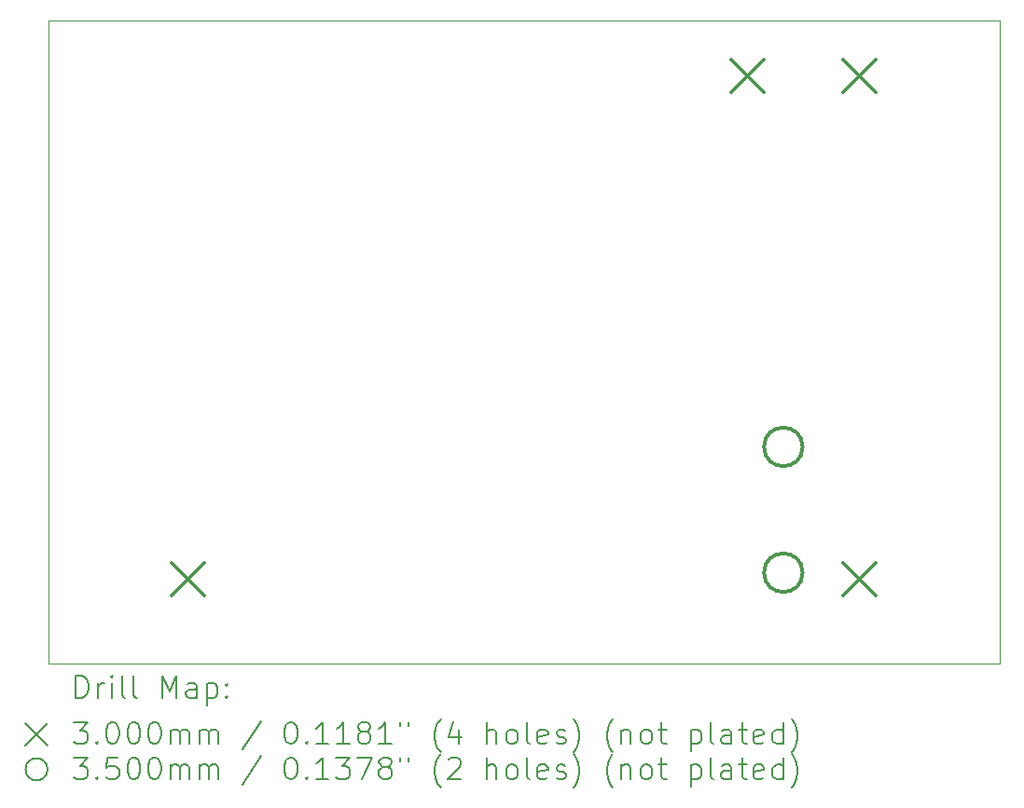
<source format=gbr>
%FSLAX45Y45*%
G04 Gerber Fmt 4.5, Leading zero omitted, Abs format (unit mm)*
G04 Created by KiCad (PCBNEW (6.0.2)) date 2022-03-12 22:50:12*
%MOMM*%
%LPD*%
G01*
G04 APERTURE LIST*
%TA.AperFunction,Profile*%
%ADD10C,0.100000*%
%TD*%
%ADD11C,0.200000*%
%ADD12C,0.300000*%
%ADD13C,0.350000*%
G04 APERTURE END LIST*
D10*
X24130000Y-7366000D02*
X15494000Y-7366000D01*
X15494000Y-7366000D02*
X15494000Y-1524000D01*
X15494000Y-1524000D02*
X24130000Y-1524000D01*
X24130000Y-1524000D02*
X24130000Y-7366000D01*
D11*
D12*
X16614000Y-6454000D02*
X16914000Y-6754000D01*
X16914000Y-6454000D02*
X16614000Y-6754000D01*
X21694000Y-1882000D02*
X21994000Y-2182000D01*
X21994000Y-1882000D02*
X21694000Y-2182000D01*
X22710000Y-1882000D02*
X23010000Y-2182000D01*
X23010000Y-1882000D02*
X22710000Y-2182000D01*
X22710000Y-6454000D02*
X23010000Y-6754000D01*
X23010000Y-6454000D02*
X22710000Y-6754000D01*
D13*
X22344000Y-5401500D02*
G75*
G03*
X22344000Y-5401500I-175000J0D01*
G01*
X22344000Y-6544500D02*
G75*
G03*
X22344000Y-6544500I-175000J0D01*
G01*
D11*
X15746619Y-7681476D02*
X15746619Y-7481476D01*
X15794238Y-7481476D01*
X15822809Y-7491000D01*
X15841857Y-7510048D01*
X15851381Y-7529095D01*
X15860905Y-7567190D01*
X15860905Y-7595762D01*
X15851381Y-7633857D01*
X15841857Y-7652905D01*
X15822809Y-7671952D01*
X15794238Y-7681476D01*
X15746619Y-7681476D01*
X15946619Y-7681476D02*
X15946619Y-7548143D01*
X15946619Y-7586238D02*
X15956143Y-7567190D01*
X15965667Y-7557667D01*
X15984714Y-7548143D01*
X16003762Y-7548143D01*
X16070428Y-7681476D02*
X16070428Y-7548143D01*
X16070428Y-7481476D02*
X16060905Y-7491000D01*
X16070428Y-7500524D01*
X16079952Y-7491000D01*
X16070428Y-7481476D01*
X16070428Y-7500524D01*
X16194238Y-7681476D02*
X16175190Y-7671952D01*
X16165667Y-7652905D01*
X16165667Y-7481476D01*
X16299000Y-7681476D02*
X16279952Y-7671952D01*
X16270428Y-7652905D01*
X16270428Y-7481476D01*
X16527571Y-7681476D02*
X16527571Y-7481476D01*
X16594238Y-7624333D01*
X16660905Y-7481476D01*
X16660905Y-7681476D01*
X16841857Y-7681476D02*
X16841857Y-7576714D01*
X16832333Y-7557667D01*
X16813286Y-7548143D01*
X16775190Y-7548143D01*
X16756143Y-7557667D01*
X16841857Y-7671952D02*
X16822810Y-7681476D01*
X16775190Y-7681476D01*
X16756143Y-7671952D01*
X16746619Y-7652905D01*
X16746619Y-7633857D01*
X16756143Y-7614809D01*
X16775190Y-7605286D01*
X16822810Y-7605286D01*
X16841857Y-7595762D01*
X16937095Y-7548143D02*
X16937095Y-7748143D01*
X16937095Y-7557667D02*
X16956143Y-7548143D01*
X16994238Y-7548143D01*
X17013286Y-7557667D01*
X17022810Y-7567190D01*
X17032333Y-7586238D01*
X17032333Y-7643381D01*
X17022810Y-7662428D01*
X17013286Y-7671952D01*
X16994238Y-7681476D01*
X16956143Y-7681476D01*
X16937095Y-7671952D01*
X17118048Y-7662428D02*
X17127571Y-7671952D01*
X17118048Y-7681476D01*
X17108524Y-7671952D01*
X17118048Y-7662428D01*
X17118048Y-7681476D01*
X17118048Y-7557667D02*
X17127571Y-7567190D01*
X17118048Y-7576714D01*
X17108524Y-7567190D01*
X17118048Y-7557667D01*
X17118048Y-7576714D01*
X15289000Y-7911000D02*
X15489000Y-8111000D01*
X15489000Y-7911000D02*
X15289000Y-8111000D01*
X15727571Y-7901476D02*
X15851381Y-7901476D01*
X15784714Y-7977667D01*
X15813286Y-7977667D01*
X15832333Y-7987190D01*
X15841857Y-7996714D01*
X15851381Y-8015762D01*
X15851381Y-8063381D01*
X15841857Y-8082428D01*
X15832333Y-8091952D01*
X15813286Y-8101476D01*
X15756143Y-8101476D01*
X15737095Y-8091952D01*
X15727571Y-8082428D01*
X15937095Y-8082428D02*
X15946619Y-8091952D01*
X15937095Y-8101476D01*
X15927571Y-8091952D01*
X15937095Y-8082428D01*
X15937095Y-8101476D01*
X16070428Y-7901476D02*
X16089476Y-7901476D01*
X16108524Y-7911000D01*
X16118048Y-7920524D01*
X16127571Y-7939571D01*
X16137095Y-7977667D01*
X16137095Y-8025286D01*
X16127571Y-8063381D01*
X16118048Y-8082428D01*
X16108524Y-8091952D01*
X16089476Y-8101476D01*
X16070428Y-8101476D01*
X16051381Y-8091952D01*
X16041857Y-8082428D01*
X16032333Y-8063381D01*
X16022809Y-8025286D01*
X16022809Y-7977667D01*
X16032333Y-7939571D01*
X16041857Y-7920524D01*
X16051381Y-7911000D01*
X16070428Y-7901476D01*
X16260905Y-7901476D02*
X16279952Y-7901476D01*
X16299000Y-7911000D01*
X16308524Y-7920524D01*
X16318048Y-7939571D01*
X16327571Y-7977667D01*
X16327571Y-8025286D01*
X16318048Y-8063381D01*
X16308524Y-8082428D01*
X16299000Y-8091952D01*
X16279952Y-8101476D01*
X16260905Y-8101476D01*
X16241857Y-8091952D01*
X16232333Y-8082428D01*
X16222809Y-8063381D01*
X16213286Y-8025286D01*
X16213286Y-7977667D01*
X16222809Y-7939571D01*
X16232333Y-7920524D01*
X16241857Y-7911000D01*
X16260905Y-7901476D01*
X16451381Y-7901476D02*
X16470428Y-7901476D01*
X16489476Y-7911000D01*
X16499000Y-7920524D01*
X16508524Y-7939571D01*
X16518048Y-7977667D01*
X16518048Y-8025286D01*
X16508524Y-8063381D01*
X16499000Y-8082428D01*
X16489476Y-8091952D01*
X16470428Y-8101476D01*
X16451381Y-8101476D01*
X16432333Y-8091952D01*
X16422809Y-8082428D01*
X16413286Y-8063381D01*
X16403762Y-8025286D01*
X16403762Y-7977667D01*
X16413286Y-7939571D01*
X16422809Y-7920524D01*
X16432333Y-7911000D01*
X16451381Y-7901476D01*
X16603762Y-8101476D02*
X16603762Y-7968143D01*
X16603762Y-7987190D02*
X16613286Y-7977667D01*
X16632333Y-7968143D01*
X16660905Y-7968143D01*
X16679952Y-7977667D01*
X16689476Y-7996714D01*
X16689476Y-8101476D01*
X16689476Y-7996714D02*
X16699000Y-7977667D01*
X16718048Y-7968143D01*
X16746619Y-7968143D01*
X16765667Y-7977667D01*
X16775190Y-7996714D01*
X16775190Y-8101476D01*
X16870429Y-8101476D02*
X16870429Y-7968143D01*
X16870429Y-7987190D02*
X16879952Y-7977667D01*
X16899000Y-7968143D01*
X16927571Y-7968143D01*
X16946619Y-7977667D01*
X16956143Y-7996714D01*
X16956143Y-8101476D01*
X16956143Y-7996714D02*
X16965667Y-7977667D01*
X16984714Y-7968143D01*
X17013286Y-7968143D01*
X17032333Y-7977667D01*
X17041857Y-7996714D01*
X17041857Y-8101476D01*
X17432333Y-7891952D02*
X17260905Y-8149095D01*
X17689476Y-7901476D02*
X17708524Y-7901476D01*
X17727571Y-7911000D01*
X17737095Y-7920524D01*
X17746619Y-7939571D01*
X17756143Y-7977667D01*
X17756143Y-8025286D01*
X17746619Y-8063381D01*
X17737095Y-8082428D01*
X17727571Y-8091952D01*
X17708524Y-8101476D01*
X17689476Y-8101476D01*
X17670429Y-8091952D01*
X17660905Y-8082428D01*
X17651381Y-8063381D01*
X17641857Y-8025286D01*
X17641857Y-7977667D01*
X17651381Y-7939571D01*
X17660905Y-7920524D01*
X17670429Y-7911000D01*
X17689476Y-7901476D01*
X17841857Y-8082428D02*
X17851381Y-8091952D01*
X17841857Y-8101476D01*
X17832333Y-8091952D01*
X17841857Y-8082428D01*
X17841857Y-8101476D01*
X18041857Y-8101476D02*
X17927571Y-8101476D01*
X17984714Y-8101476D02*
X17984714Y-7901476D01*
X17965667Y-7930048D01*
X17946619Y-7949095D01*
X17927571Y-7958619D01*
X18232333Y-8101476D02*
X18118048Y-8101476D01*
X18175190Y-8101476D02*
X18175190Y-7901476D01*
X18156143Y-7930048D01*
X18137095Y-7949095D01*
X18118048Y-7958619D01*
X18346619Y-7987190D02*
X18327571Y-7977667D01*
X18318048Y-7968143D01*
X18308524Y-7949095D01*
X18308524Y-7939571D01*
X18318048Y-7920524D01*
X18327571Y-7911000D01*
X18346619Y-7901476D01*
X18384714Y-7901476D01*
X18403762Y-7911000D01*
X18413286Y-7920524D01*
X18422810Y-7939571D01*
X18422810Y-7949095D01*
X18413286Y-7968143D01*
X18403762Y-7977667D01*
X18384714Y-7987190D01*
X18346619Y-7987190D01*
X18327571Y-7996714D01*
X18318048Y-8006238D01*
X18308524Y-8025286D01*
X18308524Y-8063381D01*
X18318048Y-8082428D01*
X18327571Y-8091952D01*
X18346619Y-8101476D01*
X18384714Y-8101476D01*
X18403762Y-8091952D01*
X18413286Y-8082428D01*
X18422810Y-8063381D01*
X18422810Y-8025286D01*
X18413286Y-8006238D01*
X18403762Y-7996714D01*
X18384714Y-7987190D01*
X18613286Y-8101476D02*
X18499000Y-8101476D01*
X18556143Y-8101476D02*
X18556143Y-7901476D01*
X18537095Y-7930048D01*
X18518048Y-7949095D01*
X18499000Y-7958619D01*
X18689476Y-7901476D02*
X18689476Y-7939571D01*
X18765667Y-7901476D02*
X18765667Y-7939571D01*
X19060905Y-8177667D02*
X19051381Y-8168143D01*
X19032333Y-8139571D01*
X19022810Y-8120524D01*
X19013286Y-8091952D01*
X19003762Y-8044333D01*
X19003762Y-8006238D01*
X19013286Y-7958619D01*
X19022810Y-7930048D01*
X19032333Y-7911000D01*
X19051381Y-7882428D01*
X19060905Y-7872905D01*
X19222810Y-7968143D02*
X19222810Y-8101476D01*
X19175190Y-7891952D02*
X19127571Y-8034809D01*
X19251381Y-8034809D01*
X19479952Y-8101476D02*
X19479952Y-7901476D01*
X19565667Y-8101476D02*
X19565667Y-7996714D01*
X19556143Y-7977667D01*
X19537095Y-7968143D01*
X19508524Y-7968143D01*
X19489476Y-7977667D01*
X19479952Y-7987190D01*
X19689476Y-8101476D02*
X19670429Y-8091952D01*
X19660905Y-8082428D01*
X19651381Y-8063381D01*
X19651381Y-8006238D01*
X19660905Y-7987190D01*
X19670429Y-7977667D01*
X19689476Y-7968143D01*
X19718048Y-7968143D01*
X19737095Y-7977667D01*
X19746619Y-7987190D01*
X19756143Y-8006238D01*
X19756143Y-8063381D01*
X19746619Y-8082428D01*
X19737095Y-8091952D01*
X19718048Y-8101476D01*
X19689476Y-8101476D01*
X19870429Y-8101476D02*
X19851381Y-8091952D01*
X19841857Y-8072905D01*
X19841857Y-7901476D01*
X20022810Y-8091952D02*
X20003762Y-8101476D01*
X19965667Y-8101476D01*
X19946619Y-8091952D01*
X19937095Y-8072905D01*
X19937095Y-7996714D01*
X19946619Y-7977667D01*
X19965667Y-7968143D01*
X20003762Y-7968143D01*
X20022810Y-7977667D01*
X20032333Y-7996714D01*
X20032333Y-8015762D01*
X19937095Y-8034809D01*
X20108524Y-8091952D02*
X20127571Y-8101476D01*
X20165667Y-8101476D01*
X20184714Y-8091952D01*
X20194238Y-8072905D01*
X20194238Y-8063381D01*
X20184714Y-8044333D01*
X20165667Y-8034809D01*
X20137095Y-8034809D01*
X20118048Y-8025286D01*
X20108524Y-8006238D01*
X20108524Y-7996714D01*
X20118048Y-7977667D01*
X20137095Y-7968143D01*
X20165667Y-7968143D01*
X20184714Y-7977667D01*
X20260905Y-8177667D02*
X20270429Y-8168143D01*
X20289476Y-8139571D01*
X20299000Y-8120524D01*
X20308524Y-8091952D01*
X20318048Y-8044333D01*
X20318048Y-8006238D01*
X20308524Y-7958619D01*
X20299000Y-7930048D01*
X20289476Y-7911000D01*
X20270429Y-7882428D01*
X20260905Y-7872905D01*
X20622810Y-8177667D02*
X20613286Y-8168143D01*
X20594238Y-8139571D01*
X20584714Y-8120524D01*
X20575190Y-8091952D01*
X20565667Y-8044333D01*
X20565667Y-8006238D01*
X20575190Y-7958619D01*
X20584714Y-7930048D01*
X20594238Y-7911000D01*
X20613286Y-7882428D01*
X20622810Y-7872905D01*
X20699000Y-7968143D02*
X20699000Y-8101476D01*
X20699000Y-7987190D02*
X20708524Y-7977667D01*
X20727571Y-7968143D01*
X20756143Y-7968143D01*
X20775190Y-7977667D01*
X20784714Y-7996714D01*
X20784714Y-8101476D01*
X20908524Y-8101476D02*
X20889476Y-8091952D01*
X20879952Y-8082428D01*
X20870429Y-8063381D01*
X20870429Y-8006238D01*
X20879952Y-7987190D01*
X20889476Y-7977667D01*
X20908524Y-7968143D01*
X20937095Y-7968143D01*
X20956143Y-7977667D01*
X20965667Y-7987190D01*
X20975190Y-8006238D01*
X20975190Y-8063381D01*
X20965667Y-8082428D01*
X20956143Y-8091952D01*
X20937095Y-8101476D01*
X20908524Y-8101476D01*
X21032333Y-7968143D02*
X21108524Y-7968143D01*
X21060905Y-7901476D02*
X21060905Y-8072905D01*
X21070429Y-8091952D01*
X21089476Y-8101476D01*
X21108524Y-8101476D01*
X21327571Y-7968143D02*
X21327571Y-8168143D01*
X21327571Y-7977667D02*
X21346619Y-7968143D01*
X21384714Y-7968143D01*
X21403762Y-7977667D01*
X21413286Y-7987190D01*
X21422810Y-8006238D01*
X21422810Y-8063381D01*
X21413286Y-8082428D01*
X21403762Y-8091952D01*
X21384714Y-8101476D01*
X21346619Y-8101476D01*
X21327571Y-8091952D01*
X21537095Y-8101476D02*
X21518048Y-8091952D01*
X21508524Y-8072905D01*
X21508524Y-7901476D01*
X21699000Y-8101476D02*
X21699000Y-7996714D01*
X21689476Y-7977667D01*
X21670429Y-7968143D01*
X21632333Y-7968143D01*
X21613286Y-7977667D01*
X21699000Y-8091952D02*
X21679952Y-8101476D01*
X21632333Y-8101476D01*
X21613286Y-8091952D01*
X21603762Y-8072905D01*
X21603762Y-8053857D01*
X21613286Y-8034809D01*
X21632333Y-8025286D01*
X21679952Y-8025286D01*
X21699000Y-8015762D01*
X21765667Y-7968143D02*
X21841857Y-7968143D01*
X21794238Y-7901476D02*
X21794238Y-8072905D01*
X21803762Y-8091952D01*
X21822810Y-8101476D01*
X21841857Y-8101476D01*
X21984714Y-8091952D02*
X21965667Y-8101476D01*
X21927571Y-8101476D01*
X21908524Y-8091952D01*
X21899000Y-8072905D01*
X21899000Y-7996714D01*
X21908524Y-7977667D01*
X21927571Y-7968143D01*
X21965667Y-7968143D01*
X21984714Y-7977667D01*
X21994238Y-7996714D01*
X21994238Y-8015762D01*
X21899000Y-8034809D01*
X22165667Y-8101476D02*
X22165667Y-7901476D01*
X22165667Y-8091952D02*
X22146619Y-8101476D01*
X22108524Y-8101476D01*
X22089476Y-8091952D01*
X22079952Y-8082428D01*
X22070429Y-8063381D01*
X22070429Y-8006238D01*
X22079952Y-7987190D01*
X22089476Y-7977667D01*
X22108524Y-7968143D01*
X22146619Y-7968143D01*
X22165667Y-7977667D01*
X22241857Y-8177667D02*
X22251381Y-8168143D01*
X22270429Y-8139571D01*
X22279952Y-8120524D01*
X22289476Y-8091952D01*
X22299000Y-8044333D01*
X22299000Y-8006238D01*
X22289476Y-7958619D01*
X22279952Y-7930048D01*
X22270429Y-7911000D01*
X22251381Y-7882428D01*
X22241857Y-7872905D01*
X15489000Y-8331000D02*
G75*
G03*
X15489000Y-8331000I-100000J0D01*
G01*
X15727571Y-8221476D02*
X15851381Y-8221476D01*
X15784714Y-8297667D01*
X15813286Y-8297667D01*
X15832333Y-8307190D01*
X15841857Y-8316714D01*
X15851381Y-8335762D01*
X15851381Y-8383381D01*
X15841857Y-8402429D01*
X15832333Y-8411952D01*
X15813286Y-8421476D01*
X15756143Y-8421476D01*
X15737095Y-8411952D01*
X15727571Y-8402429D01*
X15937095Y-8402429D02*
X15946619Y-8411952D01*
X15937095Y-8421476D01*
X15927571Y-8411952D01*
X15937095Y-8402429D01*
X15937095Y-8421476D01*
X16127571Y-8221476D02*
X16032333Y-8221476D01*
X16022809Y-8316714D01*
X16032333Y-8307190D01*
X16051381Y-8297667D01*
X16099000Y-8297667D01*
X16118048Y-8307190D01*
X16127571Y-8316714D01*
X16137095Y-8335762D01*
X16137095Y-8383381D01*
X16127571Y-8402429D01*
X16118048Y-8411952D01*
X16099000Y-8421476D01*
X16051381Y-8421476D01*
X16032333Y-8411952D01*
X16022809Y-8402429D01*
X16260905Y-8221476D02*
X16279952Y-8221476D01*
X16299000Y-8231000D01*
X16308524Y-8240524D01*
X16318048Y-8259571D01*
X16327571Y-8297667D01*
X16327571Y-8345286D01*
X16318048Y-8383381D01*
X16308524Y-8402429D01*
X16299000Y-8411952D01*
X16279952Y-8421476D01*
X16260905Y-8421476D01*
X16241857Y-8411952D01*
X16232333Y-8402429D01*
X16222809Y-8383381D01*
X16213286Y-8345286D01*
X16213286Y-8297667D01*
X16222809Y-8259571D01*
X16232333Y-8240524D01*
X16241857Y-8231000D01*
X16260905Y-8221476D01*
X16451381Y-8221476D02*
X16470428Y-8221476D01*
X16489476Y-8231000D01*
X16499000Y-8240524D01*
X16508524Y-8259571D01*
X16518048Y-8297667D01*
X16518048Y-8345286D01*
X16508524Y-8383381D01*
X16499000Y-8402429D01*
X16489476Y-8411952D01*
X16470428Y-8421476D01*
X16451381Y-8421476D01*
X16432333Y-8411952D01*
X16422809Y-8402429D01*
X16413286Y-8383381D01*
X16403762Y-8345286D01*
X16403762Y-8297667D01*
X16413286Y-8259571D01*
X16422809Y-8240524D01*
X16432333Y-8231000D01*
X16451381Y-8221476D01*
X16603762Y-8421476D02*
X16603762Y-8288143D01*
X16603762Y-8307190D02*
X16613286Y-8297667D01*
X16632333Y-8288143D01*
X16660905Y-8288143D01*
X16679952Y-8297667D01*
X16689476Y-8316714D01*
X16689476Y-8421476D01*
X16689476Y-8316714D02*
X16699000Y-8297667D01*
X16718048Y-8288143D01*
X16746619Y-8288143D01*
X16765667Y-8297667D01*
X16775190Y-8316714D01*
X16775190Y-8421476D01*
X16870429Y-8421476D02*
X16870429Y-8288143D01*
X16870429Y-8307190D02*
X16879952Y-8297667D01*
X16899000Y-8288143D01*
X16927571Y-8288143D01*
X16946619Y-8297667D01*
X16956143Y-8316714D01*
X16956143Y-8421476D01*
X16956143Y-8316714D02*
X16965667Y-8297667D01*
X16984714Y-8288143D01*
X17013286Y-8288143D01*
X17032333Y-8297667D01*
X17041857Y-8316714D01*
X17041857Y-8421476D01*
X17432333Y-8211952D02*
X17260905Y-8469095D01*
X17689476Y-8221476D02*
X17708524Y-8221476D01*
X17727571Y-8231000D01*
X17737095Y-8240524D01*
X17746619Y-8259571D01*
X17756143Y-8297667D01*
X17756143Y-8345286D01*
X17746619Y-8383381D01*
X17737095Y-8402429D01*
X17727571Y-8411952D01*
X17708524Y-8421476D01*
X17689476Y-8421476D01*
X17670429Y-8411952D01*
X17660905Y-8402429D01*
X17651381Y-8383381D01*
X17641857Y-8345286D01*
X17641857Y-8297667D01*
X17651381Y-8259571D01*
X17660905Y-8240524D01*
X17670429Y-8231000D01*
X17689476Y-8221476D01*
X17841857Y-8402429D02*
X17851381Y-8411952D01*
X17841857Y-8421476D01*
X17832333Y-8411952D01*
X17841857Y-8402429D01*
X17841857Y-8421476D01*
X18041857Y-8421476D02*
X17927571Y-8421476D01*
X17984714Y-8421476D02*
X17984714Y-8221476D01*
X17965667Y-8250048D01*
X17946619Y-8269095D01*
X17927571Y-8278619D01*
X18108524Y-8221476D02*
X18232333Y-8221476D01*
X18165667Y-8297667D01*
X18194238Y-8297667D01*
X18213286Y-8307190D01*
X18222810Y-8316714D01*
X18232333Y-8335762D01*
X18232333Y-8383381D01*
X18222810Y-8402429D01*
X18213286Y-8411952D01*
X18194238Y-8421476D01*
X18137095Y-8421476D01*
X18118048Y-8411952D01*
X18108524Y-8402429D01*
X18299000Y-8221476D02*
X18432333Y-8221476D01*
X18346619Y-8421476D01*
X18537095Y-8307190D02*
X18518048Y-8297667D01*
X18508524Y-8288143D01*
X18499000Y-8269095D01*
X18499000Y-8259571D01*
X18508524Y-8240524D01*
X18518048Y-8231000D01*
X18537095Y-8221476D01*
X18575190Y-8221476D01*
X18594238Y-8231000D01*
X18603762Y-8240524D01*
X18613286Y-8259571D01*
X18613286Y-8269095D01*
X18603762Y-8288143D01*
X18594238Y-8297667D01*
X18575190Y-8307190D01*
X18537095Y-8307190D01*
X18518048Y-8316714D01*
X18508524Y-8326238D01*
X18499000Y-8345286D01*
X18499000Y-8383381D01*
X18508524Y-8402429D01*
X18518048Y-8411952D01*
X18537095Y-8421476D01*
X18575190Y-8421476D01*
X18594238Y-8411952D01*
X18603762Y-8402429D01*
X18613286Y-8383381D01*
X18613286Y-8345286D01*
X18603762Y-8326238D01*
X18594238Y-8316714D01*
X18575190Y-8307190D01*
X18689476Y-8221476D02*
X18689476Y-8259571D01*
X18765667Y-8221476D02*
X18765667Y-8259571D01*
X19060905Y-8497667D02*
X19051381Y-8488143D01*
X19032333Y-8459571D01*
X19022810Y-8440524D01*
X19013286Y-8411952D01*
X19003762Y-8364333D01*
X19003762Y-8326238D01*
X19013286Y-8278619D01*
X19022810Y-8250048D01*
X19032333Y-8231000D01*
X19051381Y-8202428D01*
X19060905Y-8192905D01*
X19127571Y-8240524D02*
X19137095Y-8231000D01*
X19156143Y-8221476D01*
X19203762Y-8221476D01*
X19222810Y-8231000D01*
X19232333Y-8240524D01*
X19241857Y-8259571D01*
X19241857Y-8278619D01*
X19232333Y-8307190D01*
X19118048Y-8421476D01*
X19241857Y-8421476D01*
X19479952Y-8421476D02*
X19479952Y-8221476D01*
X19565667Y-8421476D02*
X19565667Y-8316714D01*
X19556143Y-8297667D01*
X19537095Y-8288143D01*
X19508524Y-8288143D01*
X19489476Y-8297667D01*
X19479952Y-8307190D01*
X19689476Y-8421476D02*
X19670429Y-8411952D01*
X19660905Y-8402429D01*
X19651381Y-8383381D01*
X19651381Y-8326238D01*
X19660905Y-8307190D01*
X19670429Y-8297667D01*
X19689476Y-8288143D01*
X19718048Y-8288143D01*
X19737095Y-8297667D01*
X19746619Y-8307190D01*
X19756143Y-8326238D01*
X19756143Y-8383381D01*
X19746619Y-8402429D01*
X19737095Y-8411952D01*
X19718048Y-8421476D01*
X19689476Y-8421476D01*
X19870429Y-8421476D02*
X19851381Y-8411952D01*
X19841857Y-8392905D01*
X19841857Y-8221476D01*
X20022810Y-8411952D02*
X20003762Y-8421476D01*
X19965667Y-8421476D01*
X19946619Y-8411952D01*
X19937095Y-8392905D01*
X19937095Y-8316714D01*
X19946619Y-8297667D01*
X19965667Y-8288143D01*
X20003762Y-8288143D01*
X20022810Y-8297667D01*
X20032333Y-8316714D01*
X20032333Y-8335762D01*
X19937095Y-8354809D01*
X20108524Y-8411952D02*
X20127571Y-8421476D01*
X20165667Y-8421476D01*
X20184714Y-8411952D01*
X20194238Y-8392905D01*
X20194238Y-8383381D01*
X20184714Y-8364333D01*
X20165667Y-8354809D01*
X20137095Y-8354809D01*
X20118048Y-8345286D01*
X20108524Y-8326238D01*
X20108524Y-8316714D01*
X20118048Y-8297667D01*
X20137095Y-8288143D01*
X20165667Y-8288143D01*
X20184714Y-8297667D01*
X20260905Y-8497667D02*
X20270429Y-8488143D01*
X20289476Y-8459571D01*
X20299000Y-8440524D01*
X20308524Y-8411952D01*
X20318048Y-8364333D01*
X20318048Y-8326238D01*
X20308524Y-8278619D01*
X20299000Y-8250048D01*
X20289476Y-8231000D01*
X20270429Y-8202428D01*
X20260905Y-8192905D01*
X20622810Y-8497667D02*
X20613286Y-8488143D01*
X20594238Y-8459571D01*
X20584714Y-8440524D01*
X20575190Y-8411952D01*
X20565667Y-8364333D01*
X20565667Y-8326238D01*
X20575190Y-8278619D01*
X20584714Y-8250048D01*
X20594238Y-8231000D01*
X20613286Y-8202428D01*
X20622810Y-8192905D01*
X20699000Y-8288143D02*
X20699000Y-8421476D01*
X20699000Y-8307190D02*
X20708524Y-8297667D01*
X20727571Y-8288143D01*
X20756143Y-8288143D01*
X20775190Y-8297667D01*
X20784714Y-8316714D01*
X20784714Y-8421476D01*
X20908524Y-8421476D02*
X20889476Y-8411952D01*
X20879952Y-8402429D01*
X20870429Y-8383381D01*
X20870429Y-8326238D01*
X20879952Y-8307190D01*
X20889476Y-8297667D01*
X20908524Y-8288143D01*
X20937095Y-8288143D01*
X20956143Y-8297667D01*
X20965667Y-8307190D01*
X20975190Y-8326238D01*
X20975190Y-8383381D01*
X20965667Y-8402429D01*
X20956143Y-8411952D01*
X20937095Y-8421476D01*
X20908524Y-8421476D01*
X21032333Y-8288143D02*
X21108524Y-8288143D01*
X21060905Y-8221476D02*
X21060905Y-8392905D01*
X21070429Y-8411952D01*
X21089476Y-8421476D01*
X21108524Y-8421476D01*
X21327571Y-8288143D02*
X21327571Y-8488143D01*
X21327571Y-8297667D02*
X21346619Y-8288143D01*
X21384714Y-8288143D01*
X21403762Y-8297667D01*
X21413286Y-8307190D01*
X21422810Y-8326238D01*
X21422810Y-8383381D01*
X21413286Y-8402429D01*
X21403762Y-8411952D01*
X21384714Y-8421476D01*
X21346619Y-8421476D01*
X21327571Y-8411952D01*
X21537095Y-8421476D02*
X21518048Y-8411952D01*
X21508524Y-8392905D01*
X21508524Y-8221476D01*
X21699000Y-8421476D02*
X21699000Y-8316714D01*
X21689476Y-8297667D01*
X21670429Y-8288143D01*
X21632333Y-8288143D01*
X21613286Y-8297667D01*
X21699000Y-8411952D02*
X21679952Y-8421476D01*
X21632333Y-8421476D01*
X21613286Y-8411952D01*
X21603762Y-8392905D01*
X21603762Y-8373857D01*
X21613286Y-8354809D01*
X21632333Y-8345286D01*
X21679952Y-8345286D01*
X21699000Y-8335762D01*
X21765667Y-8288143D02*
X21841857Y-8288143D01*
X21794238Y-8221476D02*
X21794238Y-8392905D01*
X21803762Y-8411952D01*
X21822810Y-8421476D01*
X21841857Y-8421476D01*
X21984714Y-8411952D02*
X21965667Y-8421476D01*
X21927571Y-8421476D01*
X21908524Y-8411952D01*
X21899000Y-8392905D01*
X21899000Y-8316714D01*
X21908524Y-8297667D01*
X21927571Y-8288143D01*
X21965667Y-8288143D01*
X21984714Y-8297667D01*
X21994238Y-8316714D01*
X21994238Y-8335762D01*
X21899000Y-8354809D01*
X22165667Y-8421476D02*
X22165667Y-8221476D01*
X22165667Y-8411952D02*
X22146619Y-8421476D01*
X22108524Y-8421476D01*
X22089476Y-8411952D01*
X22079952Y-8402429D01*
X22070429Y-8383381D01*
X22070429Y-8326238D01*
X22079952Y-8307190D01*
X22089476Y-8297667D01*
X22108524Y-8288143D01*
X22146619Y-8288143D01*
X22165667Y-8297667D01*
X22241857Y-8497667D02*
X22251381Y-8488143D01*
X22270429Y-8459571D01*
X22279952Y-8440524D01*
X22289476Y-8411952D01*
X22299000Y-8364333D01*
X22299000Y-8326238D01*
X22289476Y-8278619D01*
X22279952Y-8250048D01*
X22270429Y-8231000D01*
X22251381Y-8202428D01*
X22241857Y-8192905D01*
M02*

</source>
